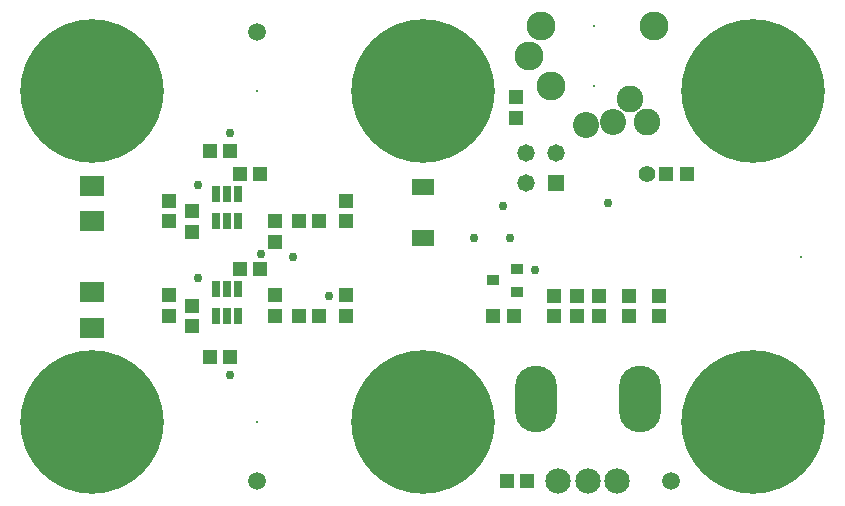
<source format=gbr>
%FSTAX24Y24*%
%MOIN*%
%IN MASK1.GBR *%
%ADD10C,0.0070*%
%ADD11C,0.0099*%
%ADD12C,0.0300*%
%ADD13C,0.0560*%
%ADD14C,0.0580*%
%ADD15C,0.0591*%
%ADD16C,0.0847*%
%ADD17C,0.0870*%
%ADD18C,0.0890*%
%ADD19C,0.0966*%
%ADD20C,0.4784*%
%ADD21O,0.1399X0.2225*%
%ADD22R,0.0296X0.0532*%
%ADD23R,0.0410X0.0370*%
%ADD24R,0.0473X0.0485*%
%ADD25R,0.0485X0.0473*%
%ADD26R,0.0580X0.0580*%
%ADD27R,0.0721X0.0580*%
%ADD28R,0.0847X0.0651*%
D25*X01987Y006476D03*Y007157D03*D24*X007571Y012008D03*X00689D03*
X007571Y005118D03*X00689D03*X0221Y01122D03*X022781D03*D25*
X006299Y009305D03*Y009986D03*D24*X01702Y006496D03*X016339D03*
X010524Y009646D03*X009843D03*X010524Y006496D03*X009843D03*D25*
X006299Y006156D03*Y006837D03*X01837Y006476D03*Y007157D03*
X01912Y006476D03*Y007157D03*D23*X016339Y007677D03*X017126Y007303D03*
Y008051D03*D27*X013975Y010784D03*Y009106D03*D15*X022244Y000984D03*
X008465D03*Y015945D03*D17*X019409Y012874D03*D19*X018268Y014173D03*D17*
X020315Y012953D03*D19*X017913Y016142D03*D18*X020906Y01374D03*
X021457Y012953D03*D19*X021693Y016142D03*X01752Y015157D03*D10*
X019685Y016142D03*Y014173D03*D20*X013976Y002953D03*X002953Y013976D03*
Y002953D03*X013976Y013976D03*X025D03*Y002953D03*D11*X008465D03*
Y013976D03*X026575Y008465D03*D25*X017081Y013788D03*Y013107D03*
X005512Y007177D03*Y006496D03*X011417Y007177D03*Y006496D03*
X009055Y007177D03*Y006496D03*D24*X008555Y008071D03*X007874D03*D28*
X002953Y007283D03*Y006102D03*D24*X017467Y000984D03*X016785D03*D25*
X005512Y010327D03*Y009646D03*X02187Y006476D03*Y007157D03*
X02087Y006476D03*Y007157D03*X011417Y010327D03*Y009646D03*
X009055Y008965D03*Y009646D03*D24*X008555Y01122D03*X007874D03*D28*
X002953Y009646D03*Y010827D03*D22*X007087Y009646D03*X007461D03*
X007835D03*Y010551D03*X007461D03*X007087D03*Y006496D03*X007461D03*
X007835D03*Y007402D03*X007461D03*X007087D03*D13*X021457Y01122D03*D12*
X016661Y010149D03*X020161Y010249D03*X007571Y004528D03*Y012598D03*
X017726Y008026D03*X015675Y009106D03*X016875D03*X006487Y007751D03*
Y010851D03*X009661Y008449D03*X008575Y008551D03*X010861Y007149D03*D16*
X018504Y000984D03*X019488D03*X020472D03*D21*X02122Y00374D03*X017756D03*
D26*X018413Y010917D03*D14*X017413D03*X018413Y011917D03*X017413D03*
M02*
</source>
